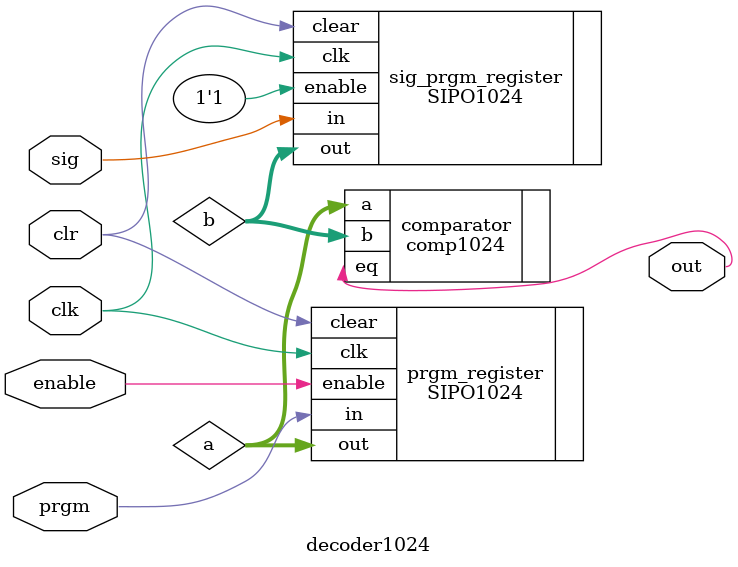
<source format=v>
`timescale 1ns/1ps

module decoder1024(
    output out, 
    input clk,
    input clr,
    input enable, 
    input sig, 
    input prgm);

    // input types
    // wire clk, sig, prgm;
	
    // binary output for pattern/signal detection
    // wire out;

    // inputs to comparator
    wire [1023:0] a, b;

    // instantiate submodules
    
    // PROGRAM register
    SIPO1024 prgm_register(.clk(clk), .clear(clr), .in(prgm), .out(a), .enable(enable));

    // SIGNAL register
    SIPO1024 sig_prgm_register(.clk(clk), .clear(clr), .in(sig), .out(b), .enable(1'b1));

    // comparator
    comp1024 comparator(.eq(out), .a(a), .b(b));

endmodule

</source>
